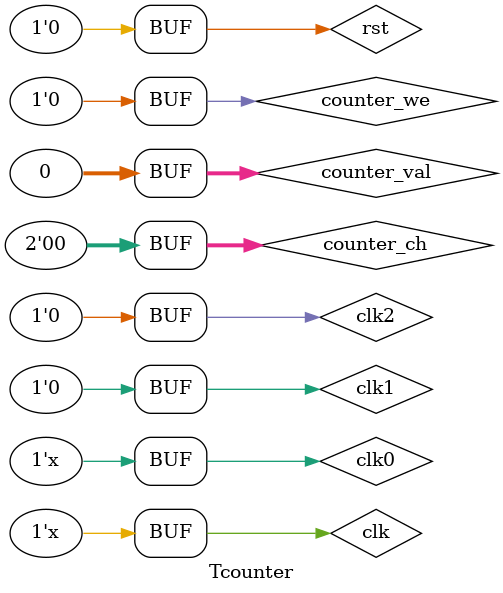
<source format=v>
`timescale 1ns / 1ps


module Tcounter;

	// Inputs
	reg clk;
	reg rst;
	reg clk0;
	reg clk1;
	reg clk2;
	reg counter_we;
	reg [31:0] counter_val;
	reg [1:0] counter_ch;

	// Outputs
	wire counter0_OUT;
	wire counter1_OUT;
	wire counter2_OUT;
	wire [31:0] counter_out;

	// Instantiate the Unit Under Test (UUT)
	Counter uut (
		.clk(clk), 
		.rst(rst), 
		.clk0(clk0), 
		.clk1(clk1), 
		.clk2(clk2), 
		.counter_we(counter_we), 
		.counter_val(counter_val), 
		.counter_ch(counter_ch), 
		.counter0_OUT(counter0_OUT), 
		.counter1_OUT(counter1_OUT), 
		.counter2_OUT(counter2_OUT), 
		.counter_out(counter_out)
	);

	initial begin
		// Initialize Inputs
		clk = 0;
		rst = 1;
		clk0 = 0;
		clk1 = 0;
		clk2 = 0;
		counter_we = 0;
		counter_val = 0;
		counter_ch = 0;

		// Wait 100 ns for global reset to finish
		#100;
		rst = 0;
        
		// Add stimulus here
	end
	always @* begin
		#5
		clk <= ~clk;
		clk0 <= ~clk0;
	end
      
endmodule


</source>
